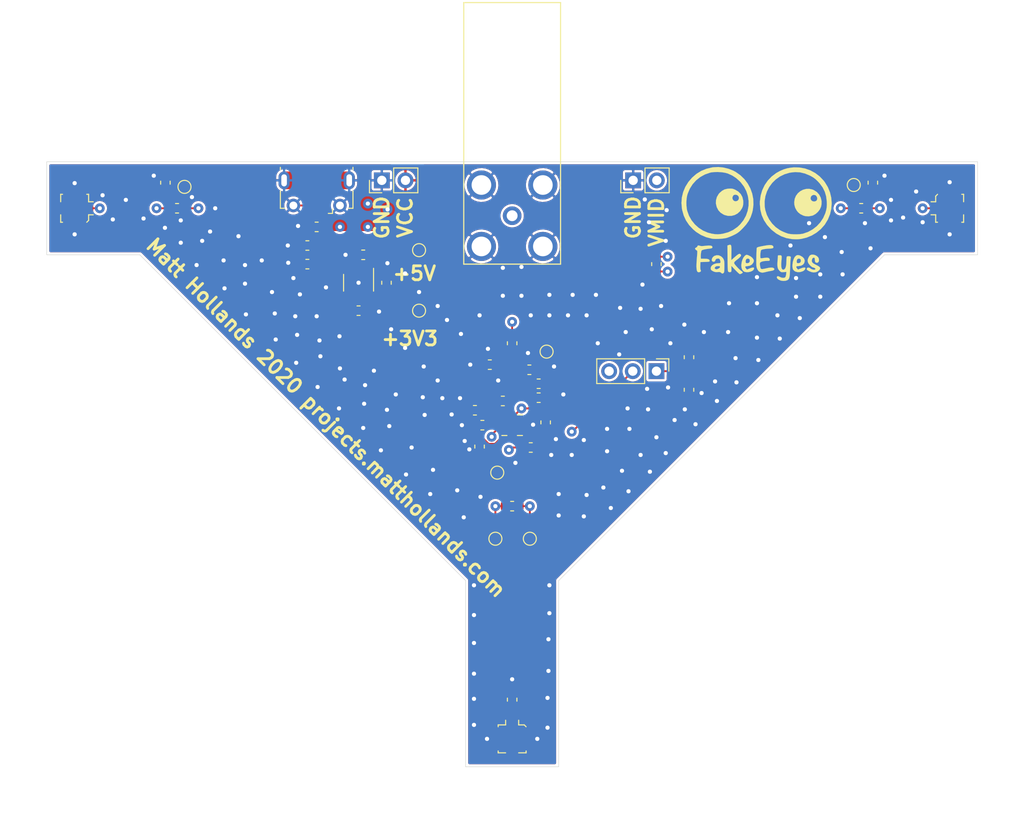
<source format=kicad_pcb>
(kicad_pcb (version 20171130) (host pcbnew "(5.1.5-0-10_14)")
  (layers (0 F.Cu signal) (1 In1.Cu signal) (2 In2.Cu signal) (31 B.Cu signal) (34 B.Paste user) (35 F.Paste user) (36 B.SilkS user) (37 F.SilkS user) (38 B.Mask user) (39 F.Mask user) (44 Edge.Cuts user))
  (net 0 "")
  (net 1 GND)
  (net 2 +5V)
  (net 3 "Net-(C2-Pad1)")
  (net 4 "Net-(C5-Pad1)")
  (net 5 +3V3)
  (net 6 "Net-(J1-Pad2)")
  (net 7 "Net-(J1-Pad4)")
  (net 8 "Net-(J1-Pad3)")
  (net 9 "Net-(J3-Pad1)")
  (net 10 "Net-(J4-Pad2)")
  (net 11 "Net-(J5-Pad1)")
  (net 12 "Net-(J6-Pad1)")
  (net 13 "Net-(JP1-Pad1)")
  (net 14 "Net-(JP1-Pad2)")
  (net 15 "Net-(JP1-Pad3)")
  (net 16 "Net-(R5-Pad2)")
  (net 17 "Net-(R5-Pad1)")
  (net 18 "Net-(R6-Pad2)")
  (net 19 "Net-(R6-Pad1)")
  (net 20 "Net-(R10-Pad2)")
  (net 21 "Net-(J7-Pad1)")
  (net 22 "Net-(R10-Pad1)")
  (net 23 "Net-(C9-Pad1)")
  (net 24 "Net-(C9-Pad2)")
  (net 25 "Net-(C10-Pad1)")
  (module Logo:FakeEyesImage (layer F.Cu) (at 136.4 64.3)
    (fp_text reference G*** hide)
    (fp_text value LOGO hide)
  )
  (module TestPoint:TestPoint_Pad_D1.0mm (layer F.Cu) (at 146.7 62.5)
    (fp_text reference TP6 hide)
    (fp_text value TestPoint)
    (pad 1 smd circle (at 0 0) (size 1 1) (layers F.Cu F.Mask) (net 22 "Net-(R10-Pad1)"))
  )
  (module TestPoint:TestPoint_Pad_D1.0mm (layer F.Cu) (at 108.4 93.4)
    (fp_text reference TP4 hide)
    (fp_text value TestPoint)
    (pad 1 smd circle (at 0 0) (size 1 1) (layers F.Cu F.Mask) (net 19 "Net-(R6-Pad1)"))
  )
  (module TestPoint:TestPoint_Pad_D1.0mm (layer F.Cu) (at 113.7 80.4)
    (fp_text reference TP3 hide)
    (fp_text value TestPoint)
    (pad 1 smd circle (at 0 0) (size 1 1) (layers F.Cu F.Mask) (net 17 "Net-(R5-Pad1)"))
  )
  (module TestPoint:TestPoint_Pad_D1.0mm (layer F.Cu) (at 100 76)
    (fp_text reference TP2 hide)
    (fp_text value TestPoint)
    (pad 1 smd circle (at 0 0) (size 1 1) (layers F.Cu F.Mask) (net 5 +3V3))
  )
  (module TestPoint:TestPoint_Pad_D1.0mm (layer F.Cu) (at 100 69.5)
    (fp_text reference TP1 hide)
    (fp_text value TestPoint)
    (pad 1 smd circle (at 0 0) (size 1 1) (layers F.Cu F.Mask) (net 2 +5V))
  )
  (module Capacitor_SMD:C_0603_1608Metric (layer F.Cu) (at 94 70 180)
    (fp_text reference C1 hide)
    (fp_text value 1u)
    (pad 2 smd roundrect (at 0.7875 0 180) (size 0.875 0.95) (layers F.Cu F.Paste F.Mask) (net 1 GND))
    (pad 1 smd roundrect (at -0.7875 0 180) (size 0.875 0.95) (layers F.Cu F.Paste F.Mask) (net 2 +5V))
  )
  (module Capacitor_SMD:C_0603_1608Metric (layer F.Cu) (at 89 67 180)
    (fp_text reference C2 hide)
    (fp_text value 10n)
    (pad 1 smd roundrect (at -0.7875 0 180) (size 0.875 0.95) (layers F.Cu F.Paste F.Mask) (net 3 "Net-(C2-Pad1)"))
    (pad 2 smd roundrect (at 0.7875 0 180) (size 0.875 0.95) (layers F.Cu F.Paste F.Mask) (net 1 GND))
  )
  (module Capacitor_SMD:C_0603_1608Metric (layer F.Cu) (at 88 69 180)
    (fp_text reference C3 hide)
    (fp_text value 100n)
    (pad 2 smd roundrect (at 0.7875 0 180) (size 0.875 0.95) (layers F.Cu F.Paste F.Mask) (net 1 GND))
    (pad 1 smd roundrect (at -0.7875 0 180) (size 0.875 0.95) (layers F.Cu F.Paste F.Mask) (net 2 +5V))
  )
  (module Capacitor_SMD:C_0603_1608Metric (layer F.Cu) (at 88 71 180)
    (fp_text reference C4 hide)
    (fp_text value 4.7u)
    (pad 1 smd roundrect (at -0.7875 0 180) (size 0.875 0.95) (layers F.Cu F.Paste F.Mask) (net 2 +5V))
    (pad 2 smd roundrect (at 0.7875 0 180) (size 0.875 0.95) (layers F.Cu F.Paste F.Mask) (net 1 GND))
  )
  (module Capacitor_SMD:C_0603_1608Metric (layer F.Cu) (at 93.5 76)
    (fp_text reference C5 hide)
    (fp_text value 100p)
    (pad 1 smd roundrect (at -0.7875 0) (size 0.875 0.95) (layers F.Cu F.Paste F.Mask) (net 4 "Net-(C5-Pad1)"))
    (pad 2 smd roundrect (at 0.7875 0) (size 0.875 0.95) (layers F.Cu F.Paste F.Mask) (net 1 GND))
  )
  (module Capacitor_SMD:C_0603_1608Metric (layer F.Cu) (at 96.5 73 90)
    (fp_text reference C6 hide)
    (fp_text value 2.2u)
    (pad 2 smd roundrect (at 0.7875 0 90) (size 0.875 0.95) (layers F.Cu F.Paste F.Mask) (net 1 GND))
    (pad 1 smd roundrect (at -0.7875 0 90) (size 0.875 0.95) (layers F.Cu F.Paste F.Mask) (net 5 +3V3))
  )
  (module Connector_USB:USB_Micro-B_Molex-105017-0001 (layer F.Cu) (at 89 63.2375 180)
    (fp_text reference J1 hide)
    (fp_text value USB_B_Micro)
    (pad 6 smd rect (at 1 1.2375 180) (size 1.5 1.9) (layers F.Cu F.Paste F.Mask) (net 1 GND))
    (pad 6 thru_hole circle (at -2.5 -1.4625 180) (size 1.45 1.45) (drill 0.85) (layers *.Cu *.Mask) (net 1 GND))
    (pad 2 smd rect (at -0.65 -1.4625 180) (size 0.4 1.35) (layers F.Cu F.Paste F.Mask) (net 6 "Net-(J1-Pad2)"))
    (pad 1 smd rect (at -1.3 -1.4625 180) (size 0.4 1.35) (layers F.Cu F.Paste F.Mask) (net 3 "Net-(C2-Pad1)"))
    (pad 5 smd rect (at 1.3 -1.4625 180) (size 0.4 1.35) (layers F.Cu F.Paste F.Mask) (net 1 GND))
    (pad 4 smd rect (at 0.65 -1.4625 180) (size 0.4 1.35) (layers F.Cu F.Paste F.Mask) (net 7 "Net-(J1-Pad4)"))
    (pad 3 smd rect (at 0 -1.4625 180) (size 0.4 1.35) (layers F.Cu F.Paste F.Mask) (net 8 "Net-(J1-Pad3)"))
    (pad 6 thru_hole circle (at 2.5 -1.4625 180) (size 1.45 1.45) (drill 0.85) (layers *.Cu *.Mask) (net 1 GND))
    (pad 6 smd rect (at -1 1.2375 180) (size 1.5 1.9) (layers F.Cu F.Paste F.Mask) (net 1 GND))
    (pad 6 thru_hole oval (at -3.5 1.2375) (size 1.2 1.9) (drill oval 0.6 1.3) (layers *.Cu *.Mask) (net 1 GND))
    (pad 6 thru_hole oval (at 3.5 1.2375 180) (size 1.2 1.9) (drill oval 0.6 1.3) (layers *.Cu *.Mask) (net 1 GND))
    (pad 6 smd rect (at 2.9 1.2375 180) (size 1.2 1.9) (layers F.Cu F.Mask) (net 1 GND))
    (pad 6 smd rect (at -2.9 1.2375 180) (size 1.2 1.9) (layers F.Cu F.Mask) (net 1 GND))
  )
  (module Connector_PinHeader_2.54mm:PinHeader_1x02_P2.54mm_Vertical (layer F.Cu) (at 96 62 90)
    (fp_text reference J2 hide)
    (fp_text value Conn_01x02)
    (pad 2 thru_hole oval (at 0 2.54 90) (size 1.7 1.7) (drill 1) (layers *.Cu *.Mask) (net 3 "Net-(C2-Pad1)"))
    (pad 1 thru_hole rect (at 0 0 90) (size 1.7 1.7) (drill 1) (layers *.Cu *.Mask) (net 1 GND))
  )
  (module Connector_PinHeader_2.54mm:PinHeader_1x02_P2.54mm_Vertical (layer F.Cu) (at 123 62 90)
    (fp_text reference J4 hide)
    (fp_text value Conn_01x02)
    (pad 1 thru_hole rect (at 0 0 90) (size 1.7 1.7) (drill 1) (layers *.Cu *.Mask) (net 1 GND))
    (pad 2 thru_hole oval (at 0 2.54 90) (size 1.7 1.7) (drill 1) (layers *.Cu *.Mask) (net 10 "Net-(J4-Pad2)"))
  )
  (module Connector_Coaxial:U.FL_Molex_MCRF_73412-0110_Vertical (layer F.Cu) (at 63 65 90)
    (fp_text reference J5 hide)
    (fp_text value Conn_Coaxial)
    (pad 1 smd rect (at 0 1.5 90) (size 1 1) (layers F.Cu F.Paste F.Mask) (net 11 "Net-(J5-Pad1)"))
    (pad 2 smd rect (at 0 -1.5 90) (size 1 1) (layers F.Cu F.Paste F.Mask) (net 1 GND))
    (pad 2 smd rect (at 1.475 0 90) (size 1.05 2.2) (layers F.Cu F.Paste F.Mask) (net 1 GND))
    (pad 2 smd rect (at -1.475 0 90) (size 1.05 2.2) (layers F.Cu F.Paste F.Mask) (net 1 GND))
  )
  (module Connector_Coaxial:U.FL_Molex_MCRF_73412-0110_Vertical (layer F.Cu) (at 157 65 270)
    (fp_text reference J6 hide)
    (fp_text value Conn_Coaxial)
    (pad 2 smd rect (at -1.475 0 270) (size 1.05 2.2) (layers F.Cu F.Paste F.Mask) (net 1 GND))
    (pad 2 smd rect (at 1.475 0 270) (size 1.05 2.2) (layers F.Cu F.Paste F.Mask) (net 1 GND))
    (pad 2 smd rect (at 0 -1.5 270) (size 1 1) (layers F.Cu F.Paste F.Mask) (net 1 GND))
    (pad 1 smd rect (at 0 1.5 270) (size 1 1) (layers F.Cu F.Paste F.Mask) (net 12 "Net-(J6-Pad1)"))
  )
  (module Connector_PinHeader_2.54mm:PinHeader_1x03_P2.54mm_Vertical (layer F.Cu) (at 125.5 82.5 270)
    (fp_text reference JP1 hide)
    (fp_text value Jumper_NC_Dual)
    (pad 1 thru_hole rect (at 0 0 270) (size 1.7 1.7) (drill 1) (layers *.Cu *.Mask) (net 13 "Net-(JP1-Pad1)"))
    (pad 2 thru_hole oval (at 0 2.54 270) (size 1.7 1.7) (drill 1) (layers *.Cu *.Mask) (net 14 "Net-(JP1-Pad2)"))
    (pad 3 thru_hole oval (at 0 5.08 270) (size 1.7 1.7) (drill 1) (layers *.Cu *.Mask) (net 15 "Net-(JP1-Pad3)"))
  )
  (module Inductor_SMD:L_0201_0603Metric (layer F.Cu) (at 90 69 270)
    (fp_text reference L1 hide)
    (fp_text value BK0603HS330-T)
    (pad 1 smd roundrect (at -0.32 0 270) (size 0.46 0.4) (layers F.Cu F.Mask) (net 3 "Net-(C2-Pad1)"))
    (pad 2 smd roundrect (at 0.32 0 270) (size 0.46 0.4) (layers F.Cu F.Mask) (net 2 +5V))
  )
  (module Resistor_SMD:R_0603_1608Metric (layer F.Cu) (at 129 81 270)
    (fp_text reference R1 hide)
    (fp_text value 10k)
    (pad 1 smd roundrect (at -0.7875 0 270) (size 0.875 0.95) (layers F.Cu F.Paste F.Mask) (net 5 +3V3))
    (pad 2 smd roundrect (at 0.7875 0 270) (size 0.875 0.95) (layers F.Cu F.Paste F.Mask) (net 13 "Net-(JP1-Pad1)"))
  )
  (module Resistor_SMD:R_0603_1608Metric (layer F.Cu) (at 129 84.5 270)
    (fp_text reference R2 hide)
    (fp_text value 10k)
    (pad 2 smd roundrect (at 0.7875 0 270) (size 0.875 0.95) (layers F.Cu F.Paste F.Mask) (net 1 GND))
    (pad 1 smd roundrect (at -0.7875 0 270) (size 0.875 0.95) (layers F.Cu F.Paste F.Mask) (net 13 "Net-(JP1-Pad1)"))
  )
  (module Resistor_SMD:R_0603_1608Metric (layer F.Cu) (at 110 79.5 90)
    (fp_text reference R3 hide)
    (fp_text value 10k)
    (pad 1 smd roundrect (at -0.7875 0 90) (size 0.875 0.95) (layers F.Cu F.Paste F.Mask) (net 25 "Net-(C10-Pad1)"))
    (pad 2 smd roundrect (at 0.7875 0 90) (size 0.875 0.95) (layers F.Cu F.Paste F.Mask) (net 9 "Net-(J3-Pad1)"))
  )
  (module Resistor_SMD:R_0603_1608Metric (layer F.Cu) (at 125.5 71 270)
    (fp_text reference R4 hide)
    (fp_text value 10k)
    (pad 1 smd roundrect (at -0.7875 0 270) (size 0.875 0.95) (layers F.Cu F.Paste F.Mask) (net 10 "Net-(J4-Pad2)"))
    (pad 2 smd roundrect (at 0.7875 0 270) (size 0.875 0.95) (layers F.Cu F.Paste F.Mask) (net 15 "Net-(JP1-Pad3)"))
  )
  (module Resistor_SMD:R_0603_1608Metric (layer F.Cu) (at 109 85.7 180)
    (fp_text reference R5 hide)
    (fp_text value 10k)
    (pad 2 smd roundrect (at 0.7875 0 180) (size 0.875 0.95) (layers F.Cu F.Paste F.Mask) (net 16 "Net-(R5-Pad2)"))
    (pad 1 smd roundrect (at -0.7875 0 180) (size 0.875 0.95) (layers F.Cu F.Paste F.Mask) (net 17 "Net-(R5-Pad1)"))
  )
  (module Resistor_SMD:R_0603_1608Metric (layer F.Cu) (at 106.5 90.6 90)
    (fp_text reference R6 hide)
    (fp_text value 10k)
    (pad 2 smd roundrect (at 0.7875 0 90) (size 0.875 0.95) (layers F.Cu F.Paste F.Mask) (net 18 "Net-(R6-Pad2)"))
    (pad 1 smd roundrect (at -0.7875 0 90) (size 0.875 0.95) (layers F.Cu F.Paste F.Mask) (net 19 "Net-(R6-Pad1)"))
  )
  (module Resistor_SMD:R_0603_1608Metric (layer F.Cu) (at 111.85 82.35 180)
    (fp_text reference R7 hide)
    (fp_text value 2.2M)
    (pad 1 smd roundrect (at -0.7875 0 180) (size 0.875 0.95) (layers F.Cu F.Paste F.Mask) (net 24 "Net-(C9-Pad2)"))
    (pad 2 smd roundrect (at 0.7875 0 180) (size 0.875 0.95) (layers F.Cu F.Paste F.Mask) (net 17 "Net-(R5-Pad1)"))
  )
  (module Resistor_SMD:R_0603_1608Metric (layer F.Cu) (at 112.85 85.35)
    (fp_text reference R8 hide)
    (fp_text value 1k)
    (pad 2 smd roundrect (at 0.7875 0) (size 0.875 0.95) (layers F.Cu F.Paste F.Mask) (net 24 "Net-(C9-Pad2)"))
    (pad 1 smd roundrect (at -0.7875 0) (size 0.875 0.95) (layers F.Cu F.Paste F.Mask) (net 23 "Net-(C9-Pad1)"))
  )
  (module Resistor_SMD:R_0603_1608Metric (layer F.Cu) (at 113.6 88 90)
    (fp_text reference R9 hide)
    (fp_text value 1k)
    (pad 1 smd roundrect (at -0.7875 0 90) (size 0.875 0.95) (layers F.Cu F.Paste F.Mask) (net 20 "Net-(R10-Pad2)"))
    (pad 2 smd roundrect (at 0.7875 0 90) (size 0.875 0.95) (layers F.Cu F.Paste F.Mask) (net 23 "Net-(C9-Pad1)"))
  )
  (module Resistor_SMD:R_0603_1608Metric (layer F.Cu) (at 112 90.7)
    (fp_text reference R10 hide)
    (fp_text value 1k)
    (pad 2 smd roundrect (at 0.7875 0) (size 0.875 0.95) (layers F.Cu F.Paste F.Mask) (net 20 "Net-(R10-Pad2)"))
    (pad 1 smd roundrect (at -0.7875 0) (size 0.875 0.95) (layers F.Cu F.Paste F.Mask) (net 22 "Net-(R10-Pad1)"))
  )
  (module Package_TO_SOT_SMD:SOT-23-5 (layer F.Cu) (at 93.5 73 270)
    (fp_text reference U1 hide)
    (fp_text value AP2210K-3.3TRG1)
    (pad 1 smd rect (at -1.1 -0.95 270) (size 1.06 0.65) (layers F.Cu F.Paste F.Mask) (net 2 +5V))
    (pad 2 smd rect (at -1.1 0 270) (size 1.06 0.65) (layers F.Cu F.Paste F.Mask) (net 1 GND))
    (pad 3 smd rect (at -1.1 0.95 270) (size 1.06 0.65) (layers F.Cu F.Paste F.Mask) (net 2 +5V))
    (pad 4 smd rect (at 1.1 0.95 270) (size 1.06 0.65) (layers F.Cu F.Paste F.Mask) (net 4 "Net-(C5-Pad1)"))
    (pad 5 smd rect (at 1.1 -0.95 270) (size 1.06 0.65) (layers F.Cu F.Paste F.Mask) (net 5 +3V3))
  )
  (module Connector_Coaxial:U.FL_Molex_MCRF_73412-0110_Vertical (layer F.Cu) (at 110 122 180)
    (fp_text reference J7 hide)
    (fp_text value Conn_Coaxial)
    (pad 2 smd rect (at -1.475 0 180) (size 1.05 2.2) (layers F.Cu F.Paste F.Mask) (net 1 GND))
    (pad 2 smd rect (at 1.475 0 180) (size 1.05 2.2) (layers F.Cu F.Paste F.Mask) (net 1 GND))
    (pad 2 smd rect (at 0 -1.5 180) (size 1 1) (layers F.Cu F.Paste F.Mask) (net 1 GND))
    (pad 1 smd rect (at 0 1.5 180) (size 1 1) (layers F.Cu F.Paste F.Mask) (net 21 "Net-(J7-Pad1)"))
  )
  (module Resistor_SMD:R_0603_1608Metric (layer F.Cu) (at 110 117.7875 90)
    (fp_text reference R11 hide)
    (fp_text value 0R)
    (pad 1 smd roundrect (at -0.7875 0 90) (size 0.875 0.95) (layers F.Cu F.Paste F.Mask) (net 21 "Net-(J7-Pad1)"))
    (pad 2 smd roundrect (at 0.7875 0 90) (size 0.875 0.95) (layers F.Cu F.Paste F.Mask) (net 1 GND))
  )
  (module Capacitor_SMD:C_0603_1608Metric (layer F.Cu) (at 106 86.7 180)
    (fp_text reference C7 hide)
    (fp_text value 1u)
    (pad 2 smd roundrect (at 0.7875 0 180) (size 0.875 0.95) (layers F.Cu F.Paste F.Mask) (net 1 GND))
    (pad 1 smd roundrect (at -0.7875 0 180) (size 0.875 0.95) (layers F.Cu F.Paste F.Mask) (net 5 +3V3))
  )
  (module Capacitor_SMD:C_0603_1608Metric (layer F.Cu) (at 106.8 88.3 180)
    (fp_text reference C8 hide)
    (fp_text value 100n)
    (pad 1 smd roundrect (at -0.7875 0 180) (size 0.875 0.95) (layers F.Cu F.Paste F.Mask) (net 5 +3V3))
    (pad 2 smd roundrect (at 0.7875 0 180) (size 0.875 0.95) (layers F.Cu F.Paste F.Mask) (net 1 GND))
  )
  (module Resistor_SMD:R_0603_1608Metric (layer F.Cu) (at 74 65)
    (fp_text reference R12 hide)
    (fp_text value 0R)
    (pad 2 smd roundrect (at 0.7875 0) (size 0.875 0.95) (layers F.Cu F.Paste F.Mask) (net 23 "Net-(C9-Pad1)"))
    (pad 1 smd roundrect (at -0.7875 0) (size 0.875 0.95) (layers F.Cu F.Paste F.Mask) (net 11 "Net-(J5-Pad1)"))
  )
  (module Resistor_SMD:R_0603_1608Metric (layer F.Cu) (at 147.5 65 180)
    (fp_text reference R13 hide)
    (fp_text value 0R)
    (pad 1 smd roundrect (at -0.7875 0 180) (size 0.875 0.95) (layers F.Cu F.Paste F.Mask) (net 12 "Net-(J6-Pad1)"))
    (pad 2 smd roundrect (at 0.7875 0 180) (size 0.875 0.95) (layers F.Cu F.Paste F.Mask) (net 22 "Net-(R10-Pad1)"))
  )
  (module Capacitor_SMD:C_0603_1608Metric (layer F.Cu) (at 112.85 83.85)
    (fp_text reference C9 hide)
    (fp_text value 1232n)
    (pad 2 smd roundrect (at 0.7875 0) (size 0.875 0.95) (layers F.Cu F.Paste F.Mask) (net 24 "Net-(C9-Pad2)"))
    (pad 1 smd roundrect (at -0.7875 0) (size 0.875 0.95) (layers F.Cu F.Paste F.Mask) (net 23 "Net-(C9-Pad1)"))
  )
  (module Package_DFN_QFN:Texas_S-PX2QFN-14 (layer F.Cu) (at 110 88.3)
    (fp_text reference U2 hide)
    (fp_text value TLV9004xRUCR)
    (pad 1 smd roundrect (at -0.95 -0.8) (size 0.8 0.2) (layers F.Cu F.Paste F.Mask) (net 16 "Net-(R5-Pad2)"))
    (pad 2 smd roundrect (at -0.95 -0.4) (size 0.8 0.2) (layers F.Cu F.Paste F.Mask) (net 25 "Net-(C10-Pad1)"))
    (pad 3 smd roundrect (at -0.95 0) (size 0.8 0.2) (layers F.Cu F.Paste F.Mask) (net 5 +3V3))
    (pad 4 smd roundrect (at -0.95 0.4) (size 0.8 0.2) (layers F.Cu F.Paste F.Mask) (net 14 "Net-(JP1-Pad2)"))
    (pad 5 smd roundrect (at -0.95 0.8) (size 0.8 0.2) (layers F.Cu F.Paste F.Mask) (net 18 "Net-(R6-Pad2)"))
    (pad 6 smd roundrect (at -0.2 0.95) (size 0.2 0.8) (layers F.Cu F.Paste F.Mask) (net 19 "Net-(R6-Pad1)"))
    (pad 7 smd roundrect (at 0.2 0.95) (size 0.2 0.8) (layers F.Cu F.Paste F.Mask) (net 22 "Net-(R10-Pad1)"))
    (pad 8 smd roundrect (at 0.95 0.8) (size 0.8 0.2) (layers F.Cu F.Paste F.Mask) (net 20 "Net-(R10-Pad2)"))
    (pad 9 smd roundrect (at 0.95 0.4) (size 0.8 0.2) (layers F.Cu F.Paste F.Mask) (net 19 "Net-(R6-Pad1)"))
    (pad 10 smd roundrect (at 0.95 0) (size 0.8 0.2) (layers F.Cu F.Paste F.Mask) (net 1 GND))
    (pad 11 smd roundrect (at 0.95 -0.4) (size 0.8 0.2) (layers F.Cu F.Paste F.Mask) (net 19 "Net-(R6-Pad1)"))
    (pad 12 smd roundrect (at 0.95 -0.8) (size 0.8 0.2) (layers F.Cu F.Paste F.Mask) (net 24 "Net-(C9-Pad2)"))
    (pad 13 smd roundrect (at 0.2 -0.95) (size 0.2 0.8) (layers F.Cu F.Paste F.Mask) (net 23 "Net-(C9-Pad1)"))
    (pad 14 smd roundrect (at -0.2 -0.95) (size 0.2 0.8) (layers F.Cu F.Paste F.Mask) (net 17 "Net-(R5-Pad1)"))
  )
  (module TestPoint:TestPoint_Pad_D1.0mm (layer F.Cu) (at 74.8 62.7)
    (fp_text reference TP5 hide)
    (fp_text value TestPoint)
    (pad 1 smd circle (at 0 0) (size 1 1) (layers F.Cu F.Mask) (net 23 "Net-(C9-Pad1)"))
  )
  (module Resistor_SMD:R_0603_1608Metric (layer F.Cu) (at 110 97)
    (fp_text reference R14 hide)
    (fp_text value R)
    (pad 1 smd roundrect (at -0.7875 0) (size 0.875 0.95) (layers F.Cu F.Paste F.Mask) (net 11 "Net-(J5-Pad1)"))
    (pad 2 smd roundrect (at 0.7875 0) (size 0.875 0.95) (layers F.Cu F.Paste F.Mask) (net 12 "Net-(J6-Pad1)"))
  )
  (module TE_5-1634513-1:TE_5-1634513-1 (layer F.Cu) (at 110 65.8 180)
    (fp_text reference J3 hide)
    (fp_text value "TE Connectivity AMP Connectors 5-1634513-1")
    (pad 2 thru_hole circle (at -3.3 -3.3 180) (size 3.126 3.126) (drill 2.11) (layers *.Cu *.Mask) (net 1 GND))
    (pad 2 thru_hole circle (at 3.3 -3.3 180) (size 3.126 3.126) (drill 2.11) (layers *.Cu *.Mask) (net 1 GND))
    (pad 2 thru_hole circle (at 3.3 3.3 180) (size 3.126 3.126) (drill 2.11) (layers *.Cu *.Mask) (net 1 GND))
    (pad 2 thru_hole circle (at -3.3 3.3 180) (size 3.126 3.126) (drill 2.11) (layers *.Cu *.Mask) (net 1 GND))
    (pad 1 thru_hole circle (at 0 0 180) (size 2 2) (drill 1.17) (layers *.Cu *.Mask) (net 9 "Net-(J3-Pad1)"))
  )
  (module Capacitor_SMD:C_0603_1608Metric (layer F.Cu) (at 107.6 81.8 180)
    (fp_text reference C10 hide)
    (fp_text value C)
    (pad 1 smd roundrect (at -0.7875 0 180) (size 0.875 0.95) (layers F.Cu F.Paste F.Mask) (net 25 "Net-(C10-Pad1)"))
    (pad 2 smd roundrect (at 0.7875 0 180) (size 0.875 0.95) (layers F.Cu F.Paste F.Mask) (net 1 GND))
  )
  (module TestPoint:TestPoint_Pad_D1.0mm (layer F.Cu) (at 108.2 100.5)
    (fp_text reference TP7 hide)
    (fp_text value TestPoint)
    (pad 1 smd circle (at 0 0) (size 1 1) (layers F.Cu F.Mask) (net 11 "Net-(J5-Pad1)"))
  )
  (module TestPoint:TestPoint_Pad_D1.0mm (layer F.Cu) (at 111.9 100.5)
    (fp_text reference TP8 hide)
    (fp_text value TestPoint)
    (pad 1 smd circle (at 0 0) (size 1 1) (layers F.Cu F.Mask) (net 12 "Net-(J6-Pad1)"))
  )
  (module Resistor_SMD:R_0603_1608Metric (layer F.Cu) (at 72.75 62.25 270)
    (fp_text reference R15 hide)
    (fp_text value 0R)
    (pad 1 smd roundrect (at -0.7875 0 270) (size 0.875 0.95) (layers F.Cu F.Paste F.Mask) (net 1 GND))
    (pad 2 smd roundrect (at 0.7875 0 270) (size 0.875 0.95) (layers F.Cu F.Paste F.Mask) (net 11 "Net-(J5-Pad1)"))
  )
  (module Resistor_SMD:R_0603_1608Metric (layer F.Cu) (at 148.75 62.25 270)
    (fp_text reference R16 hide)
    (fp_text value 0R)
    (pad 2 smd roundrect (at 0.7875 0 270) (size 0.875 0.95) (layers F.Cu F.Paste F.Mask) (net 12 "Net-(J6-Pad1)"))
    (pad 1 smd roundrect (at -0.7875 0 270) (size 0.875 0.95) (layers F.Cu F.Paste F.Mask) (net 1 GND))
  )
  (gr_text +3V3 (at 99 79) (layer F.SilkS) (effects (font (size 1.5 1.5) (thickness 0.3))))
  (gr_text +5V (at 99.5 72) (layer F.SilkS) (effects (font (size 1.5 1.5) (thickness 0.3))))
  (gr_text GND (at 123 66 90) (layer F.SilkS) (effects (font (size 1.5 1.5) (thickness 0.3))))
  (gr_text VMID (at 125.5 66.5 90) (layer F.SilkS) (effects (font (size 1.5 1.5) (thickness 0.3))))
  (gr_text GND (at 96 66 90) (layer F.SilkS) (effects (font (size 1.5 1.5) (thickness 0.3))))
  (gr_text VCC (at 98.5 66 90) (layer F.SilkS) (effects (font (size 1.5 1.5) (thickness 0.3))))
  (gr_text "Matt Hollands 2020 projects.matthollands.com" (at 90 87.5 -45) (layer F.SilkS) (effects (font (size 1.5 1.5) (thickness 0.3))))
  (gr_line (start 105 105) (end 105 125) (layer Edge.Cuts) (width 0.05))
  (gr_line (start 95 95) (end 105 105) (layer Edge.Cuts) (width 0.05))
  (gr_line (start 115 105) (end 125 95) (layer Edge.Cuts) (width 0.05))
  (gr_line (start 115 125) (end 115 105) (layer Edge.Cuts) (width 0.05))
  (gr_line (start 105 125) (end 115 125) (layer Edge.Cuts) (width 0.05))
  (gr_line (start 70 70) (end 95 95) (layer Edge.Cuts) (width 0.05))
  (gr_line (start 60 70) (end 70 70) (layer Edge.Cuts) (width 0.05))
  (gr_line (start 60 60) (end 60 70) (layer Edge.Cuts) (width 0.05))
  (gr_line (start 150 70) (end 125 95) (layer Edge.Cuts) (width 0.05))
  (gr_line (start 160 70) (end 150 70) (layer Edge.Cuts) (width 0.05))
  (gr_line (start 160 60) (end 160 70) (layer Edge.Cuts) (width 0.05))
  (gr_line (start 60 60) (end 160 60) (layer Edge.Cuts) (width 0.05))
  (via (at 128.55 86.6) (size 1.05) (drill 0.45) (layers F.Cu B.Cu) (net 1))
  (via (at 95.7 76.1) (size 1.05) (drill 0.45) (layers F.Cu B.Cu) (net 1))
  (segment (start 95.6 76) (end 95.7 76.1) (width 0.2) (layer F.Cu) (net 1))
  (segment (start 94.2875 76) (end 95.6 76) (width 0.2) (layer F.Cu) (net 1))
  (via (at 96.6 70.9) (size 1.05) (drill 0.45) (layers F.Cu B.Cu) (net 1))
  (segment (start 96.5 71) (end 96.6 70.9) (width 0.2) (layer F.Cu) (net 1))
  (segment (start 96.5 72.2125) (end 96.5 71) (width 0.2) (layer F.Cu) (net 1))
  (segment (start 93.5 70.2875) (end 93.2125 70) (width 0.2) (layer F.Cu) (net 1))
  (segment (start 93.5 71.9) (end 93.5 70.2875) (width 0.2) (layer F.Cu) (net 1))
  (via (at 93.5 73) (size 1.05) (drill 0.45) (layers F.Cu B.Cu) (net 1))
  (segment (start 93.5 71.9) (end 93.5 73) (width 0.2) (layer F.Cu) (net 1))
  (segment (start 62.275 63.525) (end 63 63.525) (width 0.2) (layer F.Cu) (net 1))
  (segment (start 61.5 64.3) (end 62.275 63.525) (width 0.2) (layer F.Cu) (net 1))
  (segment (start 61.5 65) (end 61.5 64.3) (width 0.2) (layer F.Cu) (net 1))
  (segment (start 61.5 65.7) (end 62.275 66.475) (width 0.2) (layer F.Cu) (net 1))
  (segment (start 62.275 66.475) (end 63 66.475) (width 0.2) (layer F.Cu) (net 1))
  (segment (start 61.5 65) (end 61.5 65.7) (width 0.2) (layer F.Cu) (net 1))
  (via (at 63 67.8) (size 1.05) (drill 0.45) (layers F.Cu B.Cu) (net 1))
  (segment (start 63 66.475) (end 63 67.8) (width 0.2) (layer F.Cu) (net 1))
  (via (at 63 62.3) (size 1.05) (drill 0.45) (layers F.Cu B.Cu) (net 1))
  (segment (start 63 63.525) (end 63 62.3) (width 0.2) (layer F.Cu) (net 1))
  (via (at 157 62.2) (size 1.05) (drill 0.45) (layers F.Cu B.Cu) (net 1))
  (segment (start 157 63.525) (end 157 62.2) (width 0.2) (layer F.Cu) (net 1))
  (via (at 157 67.8) (size 1.05) (drill 0.45) (layers F.Cu B.Cu) (net 1))
  (segment (start 157 66.475) (end 157 67.8) (width 0.2) (layer F.Cu) (net 1))
  (segment (start 157.725 63.525) (end 157 63.525) (width 0.2) (layer F.Cu) (net 1))
  (segment (start 158.5 64.3) (end 157.725 63.525) (width 0.2) (layer F.Cu) (net 1))
  (segment (start 158.5 65) (end 158.5 64.3) (width 0.2) (layer F.Cu) (net 1))
  (segment (start 157.725 66.475) (end 157 66.475) (width 0.2) (layer F.Cu) (net 1))
  (segment (start 158.5 65.7) (end 157.725 66.475) (width 0.2) (layer F.Cu) (net 1))
  (segment (start 158.5 65) (end 158.5 65.7) (width 0.2) (layer F.Cu) (net 1))
  (via (at 110 115.6) (size 1.05) (drill 0.45) (layers F.Cu B.Cu) (net 1))
  (segment (start 110 117) (end 110 115.6) (width 0.2) (layer F.Cu) (net 1))
  (via (at 107.3 122) (size 1.05) (drill 0.45) (layers F.Cu B.Cu) (net 1))
  (segment (start 108.525 122) (end 107.3 122) (width 0.2) (layer F.Cu) (net 1))
  (via (at 112.7 122) (size 1.05) (drill 0.45) (layers F.Cu B.Cu) (net 1))
  (segment (start 111.475 122) (end 112.7 122) (width 0.2) (layer F.Cu) (net 1))
  (segment (start 108.525 122.725) (end 108.525 122) (width 0.2) (layer F.Cu) (net 1))
  (segment (start 109.3 123.5) (end 108.525 122.725) (width 0.2) (layer F.Cu) (net 1))
  (segment (start 110 123.5) (end 109.3 123.5) (width 0.2) (layer F.Cu) (net 1))
  (segment (start 111.475 122.725) (end 111.475 122) (width 0.2) (layer F.Cu) (net 1))
  (segment (start 110.7 123.5) (end 111.475 122.725) (width 0.2) (layer F.Cu) (net 1))
  (segment (start 110 123.5) (end 110.7 123.5) (width 0.2) (layer F.Cu) (net 1))
  (via (at 87 66.9) (size 1.05) (drill 0.45) (layers F.Cu B.Cu) (net 1))
  (segment (start 87.1 67) (end 87 66.9) (width 0.2) (layer F.Cu) (net 1))
  (segment (start 88.2125 67) (end 87.1 67) (width 0.2) (layer F.Cu) (net 1))
  (via (at 85.9 69) (size 1.05) (drill 0.45) (layers F.Cu B.Cu) (net 1))
  (segment (start 87.2125 69) (end 85.9 69) (width 0.2) (layer F.Cu) (net 1))
  (via (at 85.944975 70.855025) (size 1.05) (drill 0.45) (layers F.Cu B.Cu) (net 1))
  (segment (start 86.08995 71) (end 85.944975 70.855025) (width 0.2) (layer F.Cu) (net 1))
  (segment (start 87.2125 71) (end 86.08995 71) (width 0.2) (layer F.Cu) (net 1))
  (segment (start 86.1 62) (end 88 62) (width 0.2) (layer F.Cu) (net 1))
  (segment (start 88 62) (end 90 62) (width 0.2) (layer F.Cu) (net 1))
  (segment (start 90 62) (end 91.9 62) (width 0.2) (layer F.Cu) (net 1))
  (segment (start 87.7 64.7) (end 86.5 64.7) (width 0.2) (layer F.Cu) (net 1))
  (via (at 104.6 88.3) (size 1.05) (drill 0.45) (layers F.Cu B.Cu) (net 1))
  (segment (start 106.0125 88.3) (end 104.6 88.3) (width 0.2) (layer F.Cu) (net 1))
  (segment (start 105.65 86.7) (end 105.2125 86.7) (width 0.2) (layer F.Cu) (net 1))
  (segment (start 106.0125 87.0625) (end 105.65 86.7) (width 0.2) (layer F.Cu) (net 1))
  (segment (start 106.0125 88.3) (end 106.0125 87.0625) (width 0.2) (layer F.Cu) (net 1))
  (via (at 104.4 85.4) (size 1.05) (drill 0.45) (layers F.Cu B.Cu) (net 1))
  (via (at 120.2 91.1) (size 1.05) (drill 0.45) (layers F.Cu B.Cu) (net 1))
  (via (at 122.6 88.7) (size 1.05) (drill 0.45) (layers F.Cu B.Cu) (net 1))
  (via (at 124.6 86.6) (size 1.05) (drill 0.45) (layers F.Cu B.Cu) (net 1))
  (via (at 126.75 84.25) (size 1.05) (drill 0.45) (layers F.Cu B.Cu) (net 1))
  (via (at 122.4 86.5) (size 1.05) (drill 0.45) (layers F.Cu B.Cu) (net 1))
  (via (at 120.2 88.7) (size 1.05) (drill 0.45) (layers F.Cu B.Cu) (net 1))
  (via (at 124.5 84.4) (size 1.05) (drill 0.45) (layers F.Cu B.Cu) (net 1))
  (via (at 117.7 89.9) (size 1.05) (drill 0.45) (layers F.Cu B.Cu) (net 1))
  (via (at 116.4 91.5) (size 1.05) (drill 0.45) (layers F.Cu B.Cu) (net 1))
  (via (at 114.7 89.8) (size 1.05) (drill 0.45) (layers F.Cu B.Cu) (net 1))
  (via (at 114.2 91.5) (size 1.05) (drill 0.45) (layers F.Cu B.Cu) (net 1))
  (via (at 110.35 92.35) (size 1.05) (drill 0.45) (layers F.Cu B.Cu) (net 1))
  (via (at 104.9 90) (size 1.05) (drill 0.45) (layers F.Cu B.Cu) (net 1))
  (via (at 105.4 90.9) (size 1.05) (drill 0.45) (layers F.Cu B.Cu) (net 1))
  (via (at 111 71.3) (size 1.05) (drill 0.45) (layers F.Cu B.Cu) (net 1))
  (via (at 111 74.4) (size 1.05) (drill 0.45) (layers F.Cu B.Cu) (net 1))
  (via (at 109 71.4) (size 1.05) (drill 0.45) (layers F.Cu B.Cu) (net 1))
  (via (at 109 74.4) (size 1.05) (drill 0.45) (layers F.Cu B.Cu) (net 1))
  (via (at 107.4 80.1) (size 1.05) (drill 0.45) (layers F.Cu B.Cu) (net 1))
  (via (at 111.7 80.55) (size 1.05) (drill 0.45) (layers F.Cu B.Cu) (net 1))
  (via (at 130.6 78.3) (size 1.05) (drill 0.45) (layers F.Cu B.Cu) (net 1))
  (via (at 133.2 78.3) (size 1.05) (drill 0.45) (layers F.Cu B.Cu) (net 1))
  (via (at 133.3 75.2) (size 1.05) (drill 0.45) (layers F.Cu B.Cu) (net 1))
  (via (at 136.3 75.2) (size 1.05) (drill 0.45) (layers F.Cu B.Cu) (net 1))
  (via (at 136.3 72.4) (size 1.05) (drill 0.45) (layers F.Cu B.Cu) (net 1))
  (via (at 140.5 72.5) (size 1.05) (drill 0.45) (layers F.Cu B.Cu) (net 1))
  (via (at 139.9 69) (size 1.05) (drill 0.45) (layers F.Cu B.Cu) (net 1))
  (via (at 143.6 68.1) (size 1.05) (drill 0.45) (layers F.Cu B.Cu) (net 1))
  (via (at 141.9 66.6) (size 1.05) (drill 0.45) (layers F.Cu B.Cu) (net 1))
  (via (at 150.7 64.1) (size 1.05) (drill 0.45) (layers F.Cu B.Cu) (net 1))
  (via (at 152 66) (size 1.05) (drill 0.45) (layers F.Cu B.Cu) (net 1))
  (via (at 153.4 63.2) (size 1.05) (drill 0.45) (layers F.Cu B.Cu) (net 1))
  (via (at 154.1 66.5) (size 1.05) (drill 0.45) (layers F.Cu B.Cu) (net 1))
  (via (at 150.7 66.3) (size 1.05) (drill 0.45) (layers F.Cu B.Cu) (net 1))
  (via (at 147.9 66.6) (size 1.05) (drill 0.45) (layers F.Cu B.Cu) (net 1))
  (via (at 148.5 69.3) (size 1.05) (drill 0.45) (layers F.Cu B.Cu) (net 1))
  (via (at 145.4 69.7) (size 1.05) (drill 0.45) (layers F.Cu B.Cu) (net 1))
  (via (at 145.5 72.1) (size 1.05) (drill 0.45) (layers F.Cu B.Cu) (net 1))
  (via (at 143.1 72.1) (size 1.05) (drill 0.45) (layers F.Cu B.Cu) (net 1))
  (via (at 143.1 74.5) (size 1.05) (drill 0.45) (layers F.Cu B.Cu) (net 1))
  (via (at 140.5 74.5) (size 1.05) (drill 0.45) (layers F.Cu B.Cu) (net 1))
  (via (at 140.9 76.8) (size 1.05) (drill 0.45) (layers F.Cu B.Cu) (net 1))
  (via (at 138.5 76.5) (size 1.05) (drill 0.45) (layers F.Cu B.Cu) (net 1))
  (via (at 138.75 79) (size 1.05) (drill 0.45) (layers F.Cu B.Cu) (net 1))
  (via (at 136.3 78.9) (size 1.05) (drill 0.45) (layers F.Cu B.Cu) (net 1))
  (via (at 136.45 81.3) (size 1.05) (drill 0.45) (layers F.Cu B.Cu) (net 1))
  (via (at 134 81.1) (size 1.05) (drill 0.45) (layers F.Cu B.Cu) (net 1))
  (via (at 134.1 83.7) (size 1.05) (drill 0.45) (layers F.Cu B.Cu) (net 1))
  (via (at 131.8 83.6) (size 1.05) (drill 0.45) (layers F.Cu B.Cu) (net 1))
  (via (at 132 85.7) (size 1.05) (drill 0.45) (layers F.Cu B.Cu) (net 1))
  (via (at 130.35 84.85) (size 1.05) (drill 0.45) (layers F.Cu B.Cu) (net 1))
  (via (at 127.45 87.75) (size 1.05) (drill 0.45) (layers F.Cu B.Cu) (net 1))
  (via (at 129.7 88.2) (size 1.05) (drill 0.45) (layers F.Cu B.Cu) (net 1))
  (via (at 125.5 89.6) (size 1.05) (drill 0.45) (layers F.Cu B.Cu) (net 1))
  (via (at 126.5 91.3) (size 1.05) (drill 0.45) (layers F.Cu B.Cu) (net 1))
  (via (at 123.8 91.5) (size 1.05) (drill 0.45) (layers F.Cu B.Cu) (net 1))
  (via (at 124.8 93.3) (size 1.05) (drill 0.45) (layers F.Cu B.Cu) (net 1))
  (via (at 121.8 93.2) (size 1.05) (drill 0.45) (layers F.Cu B.Cu) (net 1))
  (via (at 122.5 95.4) (size 1.05) (drill 0.45) (layers F.Cu B.Cu) (net 1))
  (via (at 119.8 95) (size 1.05) (drill 0.45) (layers F.Cu B.Cu) (net 1))
  (via (at 120.6 97.2) (size 1.05) (drill 0.45) (layers F.Cu B.Cu) (net 1))
  (via (at 118 95.8) (size 1.05) (drill 0.45) (layers F.Cu B.Cu) (net 1))
  (via (at 117.7 98.1) (size 1.05) (drill 0.45) (layers F.Cu B.Cu) (net 1))
  (via (at 115 95.7) (size 1.05) (drill 0.45) (layers F.Cu B.Cu) (net 1))
  (via (at 115 98) (size 1.05) (drill 0.45) (layers F.Cu B.Cu) (net 1))
  (via (at 106.6 96) (size 1.05) (drill 0.45) (layers F.Cu B.Cu) (net 1))
  (via (at 104.8 98.2) (size 1.05) (drill 0.45) (layers F.Cu B.Cu) (net 1))
  (via (at 104.1 95.3) (size 1.05) (drill 0.45) (layers F.Cu B.Cu) (net 1))
  (via (at 101.2 95.7) (size 1.05) (drill 0.45) (layers F.Cu B.Cu) (net 1))
  (via (at 101.5 93.1) (size 1.05) (drill 0.45) (layers F.Cu B.Cu) (net 1))
  (via (at 98.6 93.6) (size 1.05) (drill 0.45) (layers F.Cu B.Cu) (net 1))
  (via (at 99.2 90.7) (size 1.05) (drill 0.45) (layers F.Cu B.Cu) (net 1))
  (via (at 95.9 91) (size 1.05) (drill 0.45) (layers F.Cu B.Cu) (net 1))
  (via (at 96.8 88.4) (size 1.05) (drill 0.45) (layers F.Cu B.Cu) (net 1))
  (via (at 94 88.6) (size 1.05) (drill 0.45) (layers F.Cu B.Cu) (net 1))
  (via (at 94.1 86) (size 1.05) (drill 0.45) (layers F.Cu B.Cu) (net 1))
  (via (at 91.4 86.5) (size 1.05) (drill 0.45) (layers F.Cu B.Cu) (net 1))
  (via (at 92 83.4) (size 1.05) (drill 0.45) (layers F.Cu B.Cu) (net 1))
  (via (at 89.1 84.2) (size 1.05) (drill 0.45) (layers F.Cu B.Cu) (net 1))
  (via (at 89.4 80.9) (size 1.05) (drill 0.45) (layers F.Cu B.Cu) (net 1))
  (via (at 86.8 81.6) (size 1.05) (drill 0.45) (layers F.Cu B.Cu) (net 1))
  (via (at 86.9 78.6) (size 1.05) (drill 0.45) (layers F.Cu B.Cu) (net 1))
  (via (at 84.6 79.1) (size 1.05) (drill 0.45) (layers F.Cu B.Cu) (net 1))
  (via (at 84.5 76.3) (size 1.05) (drill 0.45) (layers F.Cu B.Cu) (net 1))
  (via (at 81.4 76.4) (size 1.05) (drill 0.45) (layers F.Cu B.Cu) (net 1))
  (via (at 81.3 73.1) (size 1.05) (drill 0.45) (layers F.Cu B.Cu) (net 1))
  (via (at 79.1 73.6) (size 1.05) (drill 0.45) (layers F.Cu B.Cu) (net 1))
  (via (at 79 70.6) (size 1.05) (drill 0.45) (layers F.Cu B.Cu) (net 1))
  (via (at 76.1 71.1) (size 1.05) (drill 0.45) (layers F.Cu B.Cu) (net 1))
  (via (at 76.7 68.5) (size 1.05) (drill 0.45) (layers F.Cu B.Cu) (net 1))
  (via (at 74.4 68.7) (size 1.05) (drill 0.45) (layers F.Cu B.Cu) (net 1))
  (via (at 74.4 66.3) (size 1.05) (drill 0.45) (layers F.Cu B.Cu) (net 1))
  (via (at 72.7 67.1) (size 1.05) (drill 0.45) (layers F.Cu B.Cu) (net 1))
  (via (at 70.4 66.1) (size 1.05) (drill 0.45) (layers F.Cu B.Cu) (net 1))
  (via (at 68.5 64.1) (size 1.05) (drill 0.45) (layers F.Cu B.Cu) (net 1))
  (via (at 67.1 66.2) (size 1.05) (drill 0.45) (layers F.Cu B.Cu) (net 1))
  (via (at 66 63.6) (size 1.05) (drill 0.45) (layers F.Cu B.Cu) (net 1))
  (via (at 75.6 63.8) (size 1.05) (drill 0.45) (layers F.Cu B.Cu) (net 1))
  (via (at 78.1 65) (size 1.05) (drill 0.45) (layers F.Cu B.Cu) (net 1))
  (via (at 77.55 67.5) (size 1.05) (drill 0.45) (layers F.Cu B.Cu) (net 1))
  (via (at 80.6 68) (size 1.05) (drill 0.45) (layers F.Cu B.Cu) (net 1))
  (via (at 81.3 71.1) (size 1.05) (drill 0.45) (layers F.Cu B.Cu) (net 1))
  (via (at 83.1 70.6) (size 1.05) (drill 0.45) (layers F.Cu B.Cu) (net 1))
  (via (at 84.2 74) (size 1.05) (drill 0.45) (layers F.Cu B.Cu) (net 1))
  (via (at 87.2 74.25) (size 1.05) (drill 0.45) (layers F.Cu B.Cu) (net 1))
  (via (at 86.7 76.6) (size 1.05) (drill 0.45) (layers F.Cu B.Cu) (net 1))
  (via (at 89 76.6) (size 1.05) (drill 0.45) (layers F.Cu B.Cu) (net 1))
  (via (at 89.3 79.2) (size 1.05) (drill 0.45) (layers F.Cu B.Cu) (net 1))
  (via (at 91.45 78.75) (size 1.05) (drill 0.45) (layers F.Cu B.Cu) (net 1))
  (via (at 91.5 82.2) (size 1.05) (drill 0.45) (layers F.Cu B.Cu) (net 1))
  (via (at 95.15 82.45) (size 1.05) (drill 0.45) (layers F.Cu B.Cu) (net 1))
  (via (at 94.2 84) (size 1.05) (drill 0.45) (layers F.Cu B.Cu) (net 1))
  (via (at 97.5 85) (size 1.05) (drill 0.45) (layers F.Cu B.Cu) (net 1))
  (via (at 96.55 86.65) (size 1.05) (drill 0.45) (layers F.Cu B.Cu) (net 1))
  (via (at 100.4 85.3) (size 1.05) (drill 0.45) (layers F.Cu B.Cu) (net 1))
  (via (at 100.6 87.2) (size 1.05) (drill 0.45) (layers F.Cu B.Cu) (net 1))
  (via (at 102.5 85.4) (size 1.05) (drill 0.45) (layers F.Cu B.Cu) (net 1))
  (via (at 103.5 87.15) (size 1.05) (drill 0.45) (layers F.Cu B.Cu) (net 1))
  (via (at 124.25 64.05) (size 1.05) (drill 0.45) (layers F.Cu B.Cu) (net 1))
  (via (at 124.7 66.5) (size 1.05) (drill 0.45) (layers F.Cu B.Cu) (net 1))
  (via (at 126.6 65.2) (size 1.05) (drill 0.45) (layers F.Cu B.Cu) (net 1))
  (via (at 126.5 68.5) (size 1.05) (drill 0.45) (layers F.Cu B.Cu) (net 1))
  (via (at 124 73.2) (size 1.05) (drill 0.45) (layers F.Cu B.Cu) (net 1))
  (via (at 123.8 75.8) (size 1.05) (drill 0.45) (layers F.Cu B.Cu) (net 1))
  (via (at 121.6 75.7) (size 1.05) (drill 0.45) (layers F.Cu B.Cu) (net 1))
  (via (at 122.2 78.3) (size 1.05) (drill 0.45) (layers F.Cu B.Cu) (net 1))
  (via (at 119.2 79.5) (size 1.05) (drill 0.45) (layers F.Cu B.Cu) (net 1))
  (via (at 121.5 80.7) (size 1.05) (drill 0.45) (layers F.Cu B.Cu) (net 1))
  (via (at 105.9 105.5) (size 1.05) (drill 0.45) (layers F.Cu B.Cu) (net 1))
  (via (at 105.9 108.7) (size 1.05) (drill 0.45) (layers F.Cu B.Cu) (net 1))
  (via (at 105.9 111.7) (size 1.05) (drill 0.45) (layers F.Cu B.Cu) (net 1))
  (via (at 105.9 115) (size 1.05) (drill 0.45) (layers F.Cu B.Cu) (net 1))
  (via (at 105.9 117.7) (size 1.05) (drill 0.45) (layers F.Cu B.Cu) (net 1))
  (via (at 105.9 120.5) (size 1.05) (drill 0.45) (layers F.Cu B.Cu) (net 1))
  (via (at 114 105.5) (size 1.05) (drill 0.45) (layers F.Cu B.Cu) (net 1))
  (via (at 114 108.5) (size 1.05) (drill 0.45) (layers F.Cu B.Cu) (net 1))
  (via (at 113.9 111.3) (size 1.05) (drill 0.45) (layers F.Cu B.Cu) (net 1))
  (via (at 113.9 114.7) (size 1.05) (drill 0.45) (layers F.Cu B.Cu) (net 1))
  (via (at 113.8 117.6) (size 1.05) (drill 0.45) (layers F.Cu B.Cu) (net 1))
  (via (at 113.8 120.8) (size 1.05) (drill 0.45) (layers F.Cu B.Cu) (net 1))
  (via (at 105.5 81.8) (size 1.05) (drill 0.45) (layers F.Cu B.Cu) (net 1))
  (segment (start 106.8125 81.8) (end 105.5 81.8) (width 0.2) (layer F.Cu) (net 1))
  (segment (start 128.55 85.7375) (end 129 85.2875) (width 0.2) (layer F.Cu) (net 1))
  (segment (start 128.55 86.6) (end 128.55 85.7375) (width 0.2) (layer F.Cu) (net 1))
  (via (at 112.25 88.25) (size 1.05) (drill 0.45) (layers F.Cu B.Cu) (net 1))
  (segment (start 112.2 88.3) (end 112.25 88.25) (width 0.2) (layer F.Cu) (net 1))
  (segment (start 110.95 88.3) (end 112.2 88.3) (width 0.2) (layer F.Cu) (net 1))
  (via (at 71.5 61.5) (size 1.05) (drill 0.45) (layers F.Cu B.Cu) (net 1))
  (segment (start 72.75 61.4625) (end 71.5375 61.4625) (width 0.2) (layer F.Cu) (net 1))
  (segment (start 71.5375 61.4625) (end 71.5 61.5) (width 0.2) (layer F.Cu) (net 1))
  (via (at 150 61.5) (size 1.05) (drill 0.45) (layers F.Cu B.Cu) (net 1))
  (segment (start 149.9625 61.4625) (end 150 61.5) (width 0.2) (layer F.Cu) (net 1))
  (segment (start 148.75 61.4625) (end 149.9625 61.4625) (width 0.2) (layer F.Cu) (net 1))
  (via (at 112 76.5) (size 1.05) (drill 0.45) (layers F.Cu B.Cu) (net 1))
  (via (at 114 76.5) (size 1.05) (drill 0.45) (layers F.Cu B.Cu) (net 1))
  (via (at 116 76.5) (size 1.05) (drill 0.45) (layers F.Cu B.Cu) (net 1))
  (via (at 118 76.5) (size 1.05) (drill 0.45) (layers F.Cu B.Cu) (net 1))
  (via (at 125 78) (size 1.05) (drill 0.45) (layers F.Cu B.Cu) (net 1))
  (via (at 127 79.5) (size 1.05) (drill 0.45) (layers F.Cu B.Cu) (net 1))
  (via (at 128.5 77.5) (size 1.05) (drill 0.45) (layers F.Cu B.Cu) (net 1))
  (via (at 126 75.5) (size 1.05) (drill 0.45) (layers F.Cu B.Cu) (net 1))
  (via (at 119 74.3) (size 1.05) (drill 0.45) (layers F.Cu B.Cu) (net 1))
  (via (at 116.5 74.3) (size 1.05) (drill 0.45) (layers F.Cu B.Cu) (net 1))
  (via (at 114 74.3) (size 1.05) (drill 0.45) (layers F.Cu B.Cu) (net 1))
  (via (at 106.5 76.5) (size 1.05) (drill 0.45) (layers F.Cu B.Cu) (net 1))
  (via (at 104.5 78.5) (size 1.05) (drill 0.45) (layers F.Cu B.Cu) (net 1))
  (via (at 98.5 80) (size 1.05) (drill 0.45) (layers F.Cu B.Cu) (net 1))
  (via (at 97 78) (size 1.05) (drill 0.45) (layers F.Cu B.Cu) (net 1))
  (via (at 100.5 82) (size 1.05) (drill 0.45) (layers F.Cu B.Cu) (net 1))
  (via (at 102 83.5) (size 1.05) (drill 0.45) (layers F.Cu B.Cu) (net 1))
  (via (at 103 77) (size 1.05) (drill 0.45) (layers F.Cu B.Cu) (net 1))
  (via (at 100 74) (size 1.05) (drill 0.45) (layers F.Cu B.Cu) (net 1))
  (via (at 98.5 72) (size 1.05) (drill 0.45) (layers F.Cu B.Cu) (net 1))
  (via (at 90 73.5) (size 1.05) (drill 0.45) (layers F.Cu B.Cu) (net 1))
  (via (at 86.5 72.5) (size 1.05) (drill 0.45) (layers F.Cu B.Cu) (net 1))
  (via (at 102 75.5) (size 1.05) (drill 0.45) (layers F.Cu B.Cu) (net 1))
  (via (at 108.5 83.5) (size 1.05) (drill 0.45) (layers F.Cu B.Cu) (net 1))
  (via (at 115.5 85) (size 1.05) (drill 0.45) (layers F.Cu B.Cu) (net 1))
  (via (at 114.5 82) (size 1.05) (drill 0.45) (layers F.Cu B.Cu) (net 1))
  (segment (start 104.5 85.9875) (end 105.2125 86.7) (width 0.2) (layer F.Cu) (net 1))
  (segment (start 104.5 85.5) (end 104.5 85.9875) (width 0.2) (layer F.Cu) (net 1))
  (via (at 92.1 70) (size 1.05) (drill 0.45) (layers F.Cu B.Cu) (net 1))
  (segment (start 93.2125 70) (end 92.1 70) (width 0.2) (layer F.Cu) (net 1))
  (segment (start 89.1075 69.32) (end 88.7875 69) (width 0.2) (layer F.Cu) (net 2))
  (segment (start 90 69.32) (end 89.1075 69.32) (width 0.2) (layer F.Cu) (net 2))
  (segment (start 88.7875 69) (end 88.7875 71) (width 0.2) (layer F.Cu) (net 2))
  (segment (start 94.45 70.3375) (end 94.7875 70) (width 0.2) (layer F.Cu) (net 2))
  (segment (start 94.45 71.9) (end 94.45 70.3375) (width 0.2) (layer F.Cu) (net 2))
  (segment (start 99.500001 69.999999) (end 100 69.5) (width 0.2) (layer F.Cu) (net 2))
  (segment (start 94.7875 70) (end 99.500001 69.999999) (width 0.2) (layer F.Cu) (net 2))
  (segment (start 90 69.32) (end 91.18 69.32) (width 0.2) (layer F.Cu) (net 2))
  (segment (start 91.18 69.32) (end 92.7 67.8) (width 0.2) (layer F.Cu) (net 2))
  (segment (start 92.7 67.8) (end 94 67.8) (width 0.2) (layer F.Cu) (net 2))
  (segment (start 94.7875 68.5875) (end 94.7875 70) (width 0.2) (layer F.Cu) (net 2))
  (segment (start 94 67.8) (end 94.7875 68.5875) (width 0.2) (layer F.Cu) (net 2))
  (segment (start 91.5 71.9) (end 92.55 71.9) (width 0.2) (layer F.Cu) (net 2))
  (segment (start 90 70.4) (end 91.5 71.9) (width 0.2) (layer F.Cu) (net 2))
  (segment (start 90 69.32) (end 90 70.4) (width 0.2) (layer F.Cu) (net 2))
  (segment (start 90.3 66.925) (end 90.225 67) (width 0.2) (layer F.Cu) (net 3))
  (segment (start 90.3 64.7) (end 90.3 66.925) (width 0.2) (layer F.Cu) (net 3))
  (segment (start 90.225 67) (end 89.7875 67) (width 0.2) (layer F.Cu) (net 3))
  (segment (start 98.54 63.202081) (end 96.621041 65.121041) (width 0.2) (layer F.Cu) (net 3))
  (segment (start 94.742081 67) (end 94.5 67) (width 0.2) (layer F.Cu) (net 3))
  (segment (start 98.54 62) (end 98.54 63.202081) (width 0.2) (layer F.Cu) (net 3))
  (segment (start 90 67.2125) (end 89.7875 67) (width 0.2) (layer F.Cu) (net 3))
  (segment (start 90 68.68) (end 90 67.2125) (width 0.2) (layer F.Cu) (net 3))
  (segment (start 91.5 67) (end 90.225 67) (width 0.2) (layer F.Cu) (net 3))
  (via (at 91.5 67) (size 1.05) (drill 0.45) (layers F.Cu B.Cu) (net 3))
  (segment (start 94.5 67) (end 91.5 67) (width 0.2) (layer F.Cu) (net 3))
  (via (at 94.5 67) (size 1.05) (drill 0.45) (layers F.Cu B.Cu) (net 3))
  (segment (start 96.621041 65.121041) (end 94.742081 67) (width 0.2) (layer F.Cu) (net 3))
  (via (at 96.621041 65.121041) (size 1.05) (drill 0.45) (layers F.Cu B.Cu) (net 3))
  (via (at 94.5 64.5) (size 1.05) (drill 0.45) (layers F.Cu B.Cu) (net 3))
  (segment (start 92.55 75.8375) (end 92.7125 76) (width 0.2) (layer F.Cu) (net 4))
  (segment (start 92.55 74.1) (end 92.55 75.8375) (width 0.2) (layer F.Cu) (net 4))
  (segment (start 96.1875 74.1) (end 96.5 73.7875) (width 0.2) (layer F.Cu) (net 5))
  (segment (start 94.45 74.1) (end 96.1875 74.1) (width 0.2) (layer F.Cu) (net 5))
  (segment (start 109.05 88.3) (end 107.5875 88.3) (width 0.2) (layer F.Cu) (net 5))
  (segment (start 107.225 86.7) (end 106.7875 86.7) (width 0.2) (layer F.Cu) (net 5))
  (segment (start 107.5875 87.0625) (end 107.225 86.7) (width 0.2) (layer F.Cu) (net 5))
  (segment (start 107.5875 88.3) (end 107.5875 87.0625) (width 0.2) (layer F.Cu) (net 5))
  (segment (start 96.5 74.225) (end 96.5 73.7875) (width 0.2) (layer F.Cu) (net 5))
  (segment (start 98.275 76) (end 96.5 74.225) (width 0.2) (layer F.Cu) (net 5))
  (segment (start 100 76) (end 98.275 76) (width 0.2) (layer F.Cu) (net 5))
  (segment (start 100 76) (end 100 78) (width 0.2) (layer F.Cu) (net 5))
  (segment (start 106.7875 86.225) (end 106.7875 86.7) (width 0.2) (layer F.Cu) (net 5))
  (segment (start 106.855001 84.637599) (end 106.855001 86.157499) (width 0.2) (layer F.Cu) (net 5))
  (segment (start 106.244999 84.244999) (end 106.462401 84.244999) (width 0.2) (layer F.Cu) (net 5))
  (segment (start 106.855001 86.157499) (end 106.7875 86.225) (width 0.2) (layer F.Cu) (net 5))
  (segment (start 106.462401 84.244999) (end 106.855001 84.637599) (width 0.2) (layer F.Cu) (net 5))
  (segment (start 102.5 80.5) (end 104.5 80.5) (width 0.2) (layer F.Cu) (net 5))
  (segment (start 100 78) (end 102.5 80.5) (width 0.2) (layer F.Cu) (net 5))
  (segment (start 102.5 80.5) (end 106.244999 84.244999) (width 0.2) (layer F.Cu) (net 5))
  (segment (start 129 79.775) (end 129 80.2125) (width 0.2) (layer F.Cu) (net 5))
  (segment (start 126.225 77) (end 129 79.775) (width 0.2) (layer F.Cu) (net 5))
  (segment (start 120.5 77) (end 126.225 77) (width 0.2) (layer F.Cu) (net 5))
  (segment (start 108 77) (end 108 76.3) (width 0.2) (layer F.Cu) (net 5))
  (segment (start 104.5 80.5) (end 108 77) (width 0.2) (layer F.Cu) (net 5))
  (segment (start 108 76.3) (end 108.9 75.4) (width 0.2) (layer F.Cu) (net 5))
  (segment (start 119 75.4) (end 120 76.4) (width 0.2) (layer F.Cu) (net 5))
  (segment (start 108.9 75.4) (end 119 75.4) (width 0.2) (layer F.Cu) (net 5))
  (segment (start 120 76.4) (end 120.5 77) (width 0.2) (layer F.Cu) (net 5))
  (via (at 110 77.2) (size 1.05) (drill 0.45) (layers F.Cu B.Cu) (net 9))
  (segment (start 110 78.7125) (end 110 77.2) (width 0.2) (layer F.Cu) (net 9))
  (via (at 126.7 70.2) (size 1.05) (drill 0.45) (layers F.Cu B.Cu) (net 10))
  (segment (start 125.5125 70.2) (end 125.5 70.2125) (width 0.2) (layer F.Cu) (net 10))
  (segment (start 126.7 70.2) (end 125.5125 70.2) (width 0.2) (layer F.Cu) (net 10))
  (via (at 71.8 65) (size 1.05) (drill 0.45) (layers F.Cu B.Cu) (net 11))
  (segment (start 73.2125 65) (end 71.8 65) (width 0.2) (layer F.Cu) (net 11))
  (via (at 108.2 97) (size 1.05) (drill 0.45) (layers F.Cu B.Cu) (net 11))
  (segment (start 108.2 97) (end 109.2125 97) (width 0.2) (layer F.Cu) (net 11))
  (segment (start 108.2 100.5) (end 108.2 97) (width 0.2) (layer F.Cu) (net 11))
  (segment (start 72.75 64.975) (end 72.775 65) (width 0.2) (layer F.Cu) (net 11))
  (segment (start 72.775 65) (end 73.2125 65) (width 0.2) (layer F.Cu) (net 11))
  (segment (start 72.75 62.7875) (end 72.75 64.975) (width 0.2) (layer F.Cu) (net 11))
  (via (at 65.7 65) (size 1.05) (drill 0.45) (layers F.Cu B.Cu) (net 11))
  (segment (start 64.5 65) (end 65.7 65) (width 0.2) (layer F.Cu) (net 11))
  (via (at 149.5 65) (size 1.05) (drill 0.45) (layers F.Cu B.Cu) (net 12))
  (segment (start 148.2875 65) (end 149.5 65) (width 0.2) (layer F.Cu) (net 12))
  (via (at 111.9 97) (size 1.05) (drill 0.45) (layers F.Cu B.Cu) (net 12))
  (segment (start 110.7875 97) (end 111.9 97) (width 0.2) (layer F.Cu) (net 12))
  (segment (start 111.9 97.742462) (end 111.9 100.5) (width 0.2) (layer F.Cu) (net 12))
  (segment (start 111.9 97) (end 111.9 97.742462) (width 0.2) (layer F.Cu) (net 12))
  (segment (start 148.5 64.7875) (end 148.2875 65) (width 0.2) (layer F.Cu) (net 12))
  (segment (start 148.5 63.0375) (end 148.5 64.7875) (width 0.2) (layer F.Cu) (net 12))
  (via (at 154.1 65) (size 1.05) (drill 0.45) (layers F.Cu B.Cu) (net 12))
  (segment (start 155.5 65) (end 154.1 65) (width 0.2) (layer F.Cu) (net 12))
  (segment (start 128.725 82.5) (end 129 82.225) (width 0.2) (layer F.Cu) (net 13))
  (segment (start 129 82.225) (end 129 81.7875) (width 0.2) (layer F.Cu) (net 13))
  (segment (start 125.5 82.5) (end 128.725 82.5) (width 0.2) (layer F.Cu) (net 13))
  (segment (start 129 83.7125) (end 129 81.7875) (width 0.2) (layer F.Cu) (net 13))
  (segment (start 122.96 82.5) (end 116.46 89) (width 0.2) (layer F.Cu) (net 14))
  (via (at 116.4 89) (size 1.05) (drill 0.45) (layers F.Cu B.Cu) (net 14))
  (segment (start 116.46 89) (end 116.4 89) (width 0.2) (layer F.Cu) (net 14))
  (segment (start 108.44348 88.7) (end 107.757101 89.386379) (width 0.2) (layer F.Cu) (net 14))
  (segment (start 109.05 88.7) (end 108.44348 88.7) (width 0.2) (layer F.Cu) (net 14))
  (via (at 107.8 89.55) (size 1.05) (drill 0.45) (layers F.Cu B.Cu) (net 14))
  (via (at 126.7 71.8) (size 1.05) (drill 0.45) (layers F.Cu B.Cu) (net 15))
  (segment (start 126.6875 71.7875) (end 126.7 71.8) (width 0.2) (layer F.Cu) (net 15))
  (segment (start 125.5 71.7875) (end 126.6875 71.7875) (width 0.2) (layer F.Cu) (net 15))
  (segment (start 109.05 86.1) (end 109.05 87.5) (width 0.2) (layer F.Cu) (net 16))
  (segment (start 108.65 85.7) (end 109.05 86.1) (width 0.2) (layer F.Cu) (net 16))
  (segment (start 108.2125 85.7) (end 108.65 85.7) (width 0.2) (layer F.Cu) (net 16))
  (segment (start 109.7875 87.3375) (end 109.8 87.35) (width 0.2) (layer F.Cu) (net 17))
  (segment (start 109.7875 85.7) (end 109.7875 87.3375) (width 0.2) (layer F.Cu) (net 17))
  (segment (start 113.7 80.4) (end 112.6 81.5) (width 0.2) (layer F.Cu) (net 17))
  (segment (start 112.6 81.5) (end 112 81.5) (width 0.2) (layer F.Cu) (net 17))
  (segment (start 112 81.5) (end 111.5 82) (width 0.2) (layer F.Cu) (net 17))
  (segment (start 111.5 82.65) (end 111.45 82.7) (width 0.2) (layer F.Cu) (net 17))
  (segment (start 111.45 82.7) (end 111.0125 82.7) (width 0.2) (layer F.Cu) (net 17))
  (segment (start 111.5 82) (end 111.5 82.65) (width 0.2) (layer F.Cu) (net 17))
  (segment (start 109.7875 85.225) (end 111.0125 84) (width 0.2) (layer F.Cu) (net 17))
  (segment (start 111.0125 84) (end 111.0125 82.7) (width 0.2) (layer F.Cu) (net 17))
  (segment (start 109.7875 85.7) (end 109.7875 85.225) (width 0.2) (layer F.Cu) (net 17))
  (segment (start 109.05 89.2) (end 109.05 89.1) (width 0.2) (layer F.Cu) (net 18))
  (segment (start 108.162401 90.305001) (end 109.05 89.417402) (width 0.2) (layer F.Cu) (net 18))
  (segment (start 107.467501 90.305001) (end 108.162401 90.305001) (width 0.2) (layer F.Cu) (net 18))
  (segment (start 106.975 89.8125) (end 107.467501 90.305001) (width 0.2) (layer F.Cu) (net 18))
  (segment (start 109.05 89.417402) (end 109.05 89.2) (width 0.2) (layer F.Cu) (net 18))
  (segment (start 106.5 89.8125) (end 106.975 89.8125) (width 0.2) (layer F.Cu) (net 18))
  (segment (start 108.4 93.4) (end 108.4 92.692894) (width 0.2) (layer F.Cu) (net 19))
  (segment (start 106.5875 91.3) (end 106.5 91.3875) (width 0.2) (layer F.Cu) (net 19))
  (segment (start 108.1 91.3) (end 106.5875 91.3) (width 0.2) (layer F.Cu) (net 19))
  (segment (start 108.4 92.342462) (end 108.4 92.692894) (width 0.2) (layer F.Cu) (net 19))
  (segment (start 108.1 92.042462) (end 108.4 92.342462) (width 0.2) (layer F.Cu) (net 19))
  (segment (start 108.1 91.3) (end 108.1 92.042462) (width 0.2) (layer F.Cu) (net 19))
  (segment (start 108.1 90.95) (end 108.1 91.3) (width 0.2) (layer F.Cu) (net 19))
  (segment (start 109.8 89.25) (end 108.1 90.95) (width 0.2) (layer F.Cu) (net 19))
  (segment (start 110.95 88.7) (end 110.55 88.7) (width 0.2) (layer F.Cu) (net 19))
  (segment (start 110.55 88.7) (end 110.35 88.5) (width 0.2) (layer F.Cu) (net 19))
  (segment (start 110.445994 87.9) (end 110.345994 88) (width 0.2) (layer F.Cu) (net 19))
  (segment (start 110.345994 88) (end 110 88) (width 0.2) (layer F.Cu) (net 19))
  (segment (start 110.95 87.9) (end 110.445994 87.9) (width 0.2) (layer F.Cu) (net 19))
  (segment (start 109.75 88.5) (end 110 88) (width 0.2) (layer F.Cu) (net 19))
  (segment (start 109.8 88.8) (end 110 88.6) (width 0.2) (layer F.Cu) (net 19))
  (segment (start 109.8 89.25) (end 109.8 88.8) (width 0.2) (layer F.Cu) (net 19))
  (segment (start 110 88.6) (end 109.75 88.5) (width 0.2) (layer F.Cu) (net 19))
  (segment (start 110.35 88.5) (end 110 88.6) (width 0.2) (layer F.Cu) (net 19))
  (segment (start 109.8 88.55) (end 109.75 88.5) (width 0.2) (layer F.Cu) (net 19))
  (segment (start 109.8 88.8) (end 109.8 88.55) (width 0.2) (layer F.Cu) (net 19))
  (segment (start 113.1875 88.7) (end 113.2 88.6875) (width 0.2) (layer F.Cu) (net 20))
  (segment (start 112.55 90.7) (end 112.7875 90.7) (width 0.2) (layer F.Cu) (net 20))
  (segment (start 110.95 89.1) (end 111.85 89.1) (width 0.2) (layer F.Cu) (net 20))
  (segment (start 112.7875 90.0375) (end 112.7875 90.7) (width 0.2) (layer F.Cu) (net 20))
  (segment (start 111.85 89.1) (end 112.7875 90.0375) (width 0.2) (layer F.Cu) (net 20))
  (segment (start 112.7875 89.125) (end 113.125 88.7875) (width 0.2) (layer F.Cu) (net 20))
  (segment (start 113.125 88.7875) (end 113.6 88.7875) (width 0.2) (layer F.Cu) (net 20))
  (segment (start 112.7875 90.7) (end 112.7875 89.125) (width 0.2) (layer F.Cu) (net 20))
  (segment (start 110 120.5) (end 110 118.575) (width 0.2) (layer F.Cu) (net 21))
  (segment (start 110.775 90.7) (end 111.2125 90.7) (width 0.2) (layer F.Cu) (net 22))
  (segment (start 145.3 65) (end 146.7125 65) (width 0.2) (layer F.Cu) (net 22))
  (via (at 145.3 65) (size 1.05) (drill 0.45) (layers F.Cu B.Cu) (net 22))
  (segment (start 146.7 64.9875) (end 146.7125 65) (width 0.2) (layer F.Cu) (net 22))
  (segment (start 146.7 62.5) (end 146.7 64.9875) (width 0.2) (layer F.Cu) (net 22))
  (segment (start 110.2 89.25) (end 110.2 90.2) (width 0.2) (layer F.Cu) (net 22))
  (segment (start 110.2 90.2) (end 110.775 90.7) (width 0.2) (layer F.Cu) (net 22))
  (segment (start 110.2 90.125) (end 110.2 90.2) (width 0.2) (layer F.Cu) (net 22))
  (segment (start 109.9 90.7) (end 109.65 90.95) (width 0.2) (layer F.Cu) (net 22))
  (via (at 109.65 90.95) (size 1.05) (drill 0.45) (layers F.Cu B.Cu) (net 22))
  (segment (start 111.2125 90.7) (end 109.9 90.7) (width 0.2) (layer F.Cu) (net 22))
  (via (at 76.3 65) (size 1.05) (drill 0.45) (layers F.Cu B.Cu) (net 23))
  (segment (start 76.3 65) (end 74.7875 65) (width 0.2) (layer F.Cu) (net 23))
  (segment (start 74.8 64.9875) (end 74.7875 65) (width 0.2) (layer F.Cu) (net 23))
  (segment (start 74.8 62.7) (end 74.8 64.9875) (width 0.2) (layer F.Cu) (net 23))
  (segment (start 112.0125 84.2) (end 112.0125 85.7) (width 0.2) (layer F.Cu) (net 23))
  (segment (start 112.45 85.7) (end 112.0125 85.7) (width 0.2) (layer F.Cu) (net 23))
  (segment (start 113.6 86.85) (end 112.45 85.7) (width 0.2) (layer F.Cu) (net 23))
  (segment (start 113.6 87.2125) (end 113.6 86.85) (width 0.2) (layer F.Cu) (net 23))
  (via (at 111 86.5) (size 1.05) (drill 0.45) (layers F.Cu B.Cu) (net 23))
  (segment (start 110.2 87.3) (end 111 86.5) (width 0.2) (layer F.Cu) (net 23))
  (segment (start 110.2 87.35) (end 110.2 87.3) (width 0.2) (layer F.Cu) (net 23))
  (segment (start 112.0625 85.825) (end 112.0625 85.35) (width 0.2) (layer F.Cu) (net 23))
  (segment (start 112.0625 86.179962) (end 112.0625 85.825) (width 0.2) (layer F.Cu) (net 23))
  (segment (start 111.742462 86.5) (end 112.0625 86.179962) (width 0.2) (layer F.Cu) (net 23))
  (segment (start 111 86.5) (end 111.742462 86.5) (width 0.2) (layer F.Cu) (net 23))
  (segment (start 110.95 87.5) (end 111.2 87.5) (width 0.2) (layer F.Cu) (net 24))
  (segment (start 113.5875 83.725) (end 113.5875 84.2) (width 0.2) (layer F.Cu) (net 24))
  (segment (start 113.5875 83.2625) (end 113.5875 83.725) (width 0.2) (layer F.Cu) (net 24))
  (segment (start 113.025 82.7) (end 113.5875 83.2625) (width 0.2) (layer F.Cu) (net 24))
  (segment (start 112.5875 82.7) (end 113.025 82.7) (width 0.2) (layer F.Cu) (net 24))
  (segment (start 113.6 85.1) (end 113.5875 85.7) (width 0.2) (layer F.Cu) (net 24))
  (segment (start 113.5875 84.2) (end 113.6 85.1) (width 0.2) (layer F.Cu) (net 24))
  (segment (start 114.30501 85.58001) (end 114.075 85.35) (width 0.2) (layer F.Cu) (net 24))
  (segment (start 114.30501 87.617136) (end 114.30501 85.58001) (width 0.2) (layer F.Cu) (net 24))
  (segment (start 114.042136 87.88001) (end 114.30501 87.617136) (width 0.2) (layer F.Cu) (net 24))
  (segment (start 113.157864 87.88001) (end 114.042136 87.88001) (width 0.2) (layer F.Cu) (net 24))
  (segment (start 114.075 85.35) (end 113.6375 85.35) (width 0.2) (layer F.Cu) (net 24))
  (segment (start 111.05 87.4) (end 112.65 87.4) (width 0.2) (layer F.Cu) (net 24))
  (segment (start 112.65 87.4) (end 113 87.75) (width 0.2) (layer F.Cu) (net 24))
  (segment (start 110.95 87.5) (end 111.05 87.4) (width 0.2) (layer F.Cu) (net 24))
  (segment (start 113 87.75) (end 113.157864 87.88001) (width 0.2) (layer F.Cu) (net 24))
  (segment (start 108.212501 87.458495) (end 108.212501 86.809647) (width 0.2) (layer F.Cu) (net 25))
  (segment (start 108.212501 86.809647) (end 107.54499 86.142136) (width 0.2) (layer F.Cu) (net 25))
  (segment (start 108.654006 87.9) (end 108.212501 87.458495) (width 0.2) (layer F.Cu) (net 25))
  (segment (start 107.54499 86.142136) (end 107.54499 84.85501) (width 0.2) (layer F.Cu) (net 25))
  (segment (start 109.05 87.9) (end 108.654006 87.9) (width 0.2) (layer F.Cu) (net 25))
  (segment (start 109.525 80.2875) (end 110 80.2875) (width 0.2) (layer F.Cu) (net 25))
  (segment (start 109.425 80.2875) (end 109.525 80.2875) (width 0.2) (layer F.Cu) (net 25))
  (segment (start 108.3875 81.325) (end 109.425 80.2875) (width 0.2) (layer F.Cu) (net 25))
  (segment (start 108.3875 81.8) (end 108.3875 81.325) (width 0.2) (layer F.Cu) (net 25))
  (segment (start 107.95 84.45) (end 109.3 84.45) (width 0.2) (layer F.Cu) (net 25))
  (segment (start 107.54499 84.85501) (end 107.95 84.45) (width 0.2) (layer F.Cu) (net 25))
  (segment (start 110 83.75) (end 110 82.25) (width 0.2) (layer F.Cu) (net 25))
  (segment (start 109.3 84.45) (end 110 83.75) (width 0.2) (layer F.Cu) (net 25))
  (segment (start 110 82.25) (end 110 80.2875) (width 0.2) (layer F.Cu) (net 25))
  (zone (net 1) (net_name GND) (layer F.Cu) (connect_pads (clearance 0.254)) (min_thickness 0.254) (fill yes (arc_segments 32) (thermal_gap 0.254) (thermal_bridge_width 0.255))
    (polygon (pts (xy 165 130) (xy 55 130) (xy 55 55) (xy 165 55)))
  )
  (zone (net 1) (net_name GND) (layer B.Cu) (connect_pads (clearance 0.254)) (min_thickness 0.254) (fill yes (arc_segments 32) (thermal_gap 0.254) (thermal_bridge_width 0.255))
    (polygon (pts (xy 164.993811 130) (xy 54.993811 130) (xy 54.993811 55) (xy 164.993811 55)))
  )
  (zone (net 2) (net_name +5V) (layer F.Cu) (priority 2) (connect_pads (clearance 0.254)) (min_thickness 0.254) (fill yes (arc_segments 32) (thermal_gap 0.254) (thermal_bridge_width 0.255))
    (polygon (pts (xy 95.6 72.6) (xy 88 72.6) (xy 88 67.7) (xy 95.6 67.7)))
  )
  (zone (net 3) (net_name "Net-(C2-Pad1)") (layer F.Cu) (priority 1) (connect_pads (clearance 0.254)) (min_thickness 0.254) (fill yes (arc_segments 32) (thermal_gap 0.254) (thermal_bridge_width 0.255))
    (polygon (pts (xy 100.2 63.7) (xy 95.6 68.2) (xy 88.9 68.2) (xy 88.9 65.5) (xy 90 65.5) (xy 90 63.7) (xy 97.3 63.7) (xy 97.3 60.5) (xy 100.2 60.5)))
  )
  (zone (net 5) (net_name +3V3) (layer F.Cu) (priority 2) (connect_pads (clearance 0.254)) (min_thickness 0.254) (fill yes (arc_segments 32) (thermal_gap 0.254) (thermal_bridge_width 0.255))
    (polygon (pts (xy 99 75) (xy 107.5 84) (xy 107.5 86) (xy 108 87) (xy 108 89) (xy 106 89) (xy 106 86) (xy 96 75) (xy 94 75) (xy 94 73) (xy 99 73)))
  )
)
</source>
